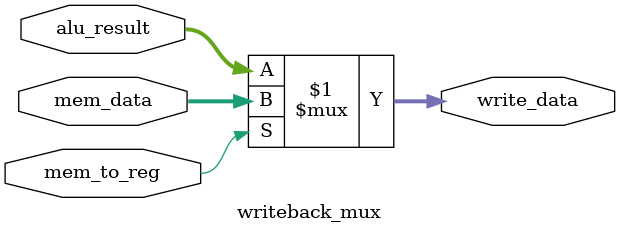
<source format=v>
`timescale 1ns / 1ps

module writeback_mux (
    input  [15:0] alu_result,
    input  [15:0] mem_data,
    input         mem_to_reg,
    output [15:0] write_data
);
    assign write_data = mem_to_reg ? mem_data : alu_result;
endmodule

</source>
